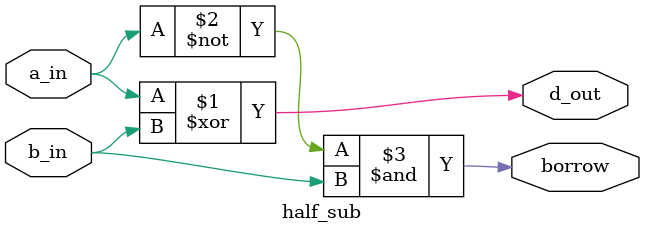
<source format=v>
module half_sub(
                input a_in,
                input b_in,
                output d_out,
                output borrow);

assign d_out= a_in ^ b_in;
assign borrow= ~a_in & b_in;    
endmodule

</source>
